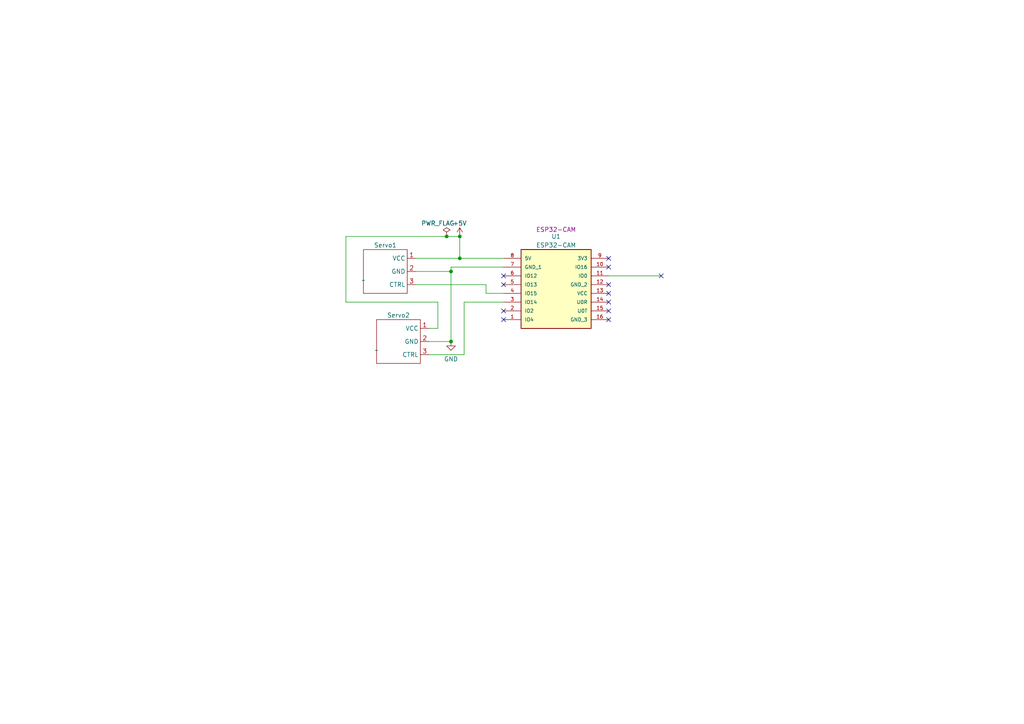
<source format=kicad_sch>
(kicad_sch (version 20230121) (generator eeschema)

  (uuid 01a2da1c-e2b8-4733-8a08-2699757a4cd2)

  (paper "A4")

  (title_block
    (title "Security Camera")
    (date "08/05/2023")
    (rev "A1")
    (company "UTFPR")
  )

  (lib_symbols
    (symbol "ESP32-CAM:ESP32-CAM" (pin_names (offset 1.016)) (in_bom yes) (on_board yes)
      (property "Reference" "U" (at 26.67 7.62 0)
        (effects (font (size 1.27 1.27)) (justify left))
      )
      (property "Value" "ESP32-CAM" (at 26.67 5.08 0)
        (effects (font (size 1.27 1.27)) (justify left))
      )
      (property "Footprint" "ESP32-CAM" (at 15.24 7.62 0)
        (effects (font (size 1.27 1.27)) (justify bottom) hide)
      )
      (property "Datasheet" "" (at 0 0 0)
        (effects (font (size 1.27 1.27)) hide)
      )
      (property "HEIGHT" "5mm" (at 6.35 2.54 0)
        (effects (font (size 1.27 1.27)) (justify bottom) hide)
      )
      (property "MOUSER_PRICE-STOCK" "" (at 0 0 0)
        (effects (font (size 1.27 1.27)) (justify bottom) hide)
      )
      (property "DESCRIPTION" "Modules PCBA Module RoHS" (at -12.7 5.08 0)
        (effects (font (size 1.27 1.27)) (justify bottom) hide)
      )
      (property "MANUFACTURER_NAME" "Ai-Thinker" (at 15.24 5.08 0)
        (effects (font (size 1.27 1.27)) (justify bottom) hide)
      )
      (property "MANUFACTURER_PART_NUMBER" "ESP32-CAM" (at 15.24 2.54 0)
        (effects (font (size 1.27 1.27)) (justify bottom) hide)
      )
      (property "MOUSER_PART_NUMBER" "" (at 0 0 0)
        (effects (font (size 1.27 1.27)) (justify bottom) hide)
      )
      (property "ARROW_PART_NUMBER" "" (at 0 0 0)
        (effects (font (size 1.27 1.27)) (justify bottom) hide)
      )
      (property "ARROW_PRICE-STOCK" "" (at 0 0 0)
        (effects (font (size 1.27 1.27)) (justify bottom) hide)
      )
      (symbol "ESP32-CAM_0_0"
        (rectangle (start 5.08 2.54) (end 25.4 -20.32)
          (stroke (width 0.254) (type default))
          (fill (type background))
        )
        (pin bidirectional line (at 0 -17.78 0) (length 5.08)
          (name "IO4" (effects (font (size 1.016 1.016))))
          (number "1" (effects (font (size 1.016 1.016))))
        )
        (pin bidirectional line (at 30.48 -2.54 180) (length 5.08)
          (name "IO16" (effects (font (size 1.016 1.016))))
          (number "10" (effects (font (size 1.016 1.016))))
        )
        (pin bidirectional line (at 30.48 -5.08 180) (length 5.08)
          (name "IO0" (effects (font (size 1.016 1.016))))
          (number "11" (effects (font (size 1.016 1.016))))
        )
        (pin bidirectional line (at 30.48 -7.62 180) (length 5.08)
          (name "GND_2" (effects (font (size 1.016 1.016))))
          (number "12" (effects (font (size 1.016 1.016))))
        )
        (pin bidirectional line (at 30.48 -10.16 180) (length 5.08)
          (name "VCC" (effects (font (size 1.016 1.016))))
          (number "13" (effects (font (size 1.016 1.016))))
        )
        (pin bidirectional line (at 30.48 -12.7 180) (length 5.08)
          (name "U0R" (effects (font (size 1.016 1.016))))
          (number "14" (effects (font (size 1.016 1.016))))
        )
        (pin bidirectional line (at 30.48 -15.24 180) (length 5.08)
          (name "U0T" (effects (font (size 1.016 1.016))))
          (number "15" (effects (font (size 1.016 1.016))))
        )
        (pin bidirectional line (at 30.48 -17.78 180) (length 5.08)
          (name "GND_3" (effects (font (size 1.016 1.016))))
          (number "16" (effects (font (size 1.016 1.016))))
        )
        (pin bidirectional line (at 0 -15.24 0) (length 5.08)
          (name "IO2" (effects (font (size 1.016 1.016))))
          (number "2" (effects (font (size 1.016 1.016))))
        )
        (pin bidirectional line (at 0 -12.7 0) (length 5.08)
          (name "IO14" (effects (font (size 1.016 1.016))))
          (number "3" (effects (font (size 1.016 1.016))))
        )
        (pin bidirectional line (at 0 -10.16 0) (length 5.08)
          (name "IO15" (effects (font (size 1.016 1.016))))
          (number "4" (effects (font (size 1.016 1.016))))
        )
        (pin bidirectional line (at 0 -7.62 0) (length 5.08)
          (name "IO13" (effects (font (size 1.016 1.016))))
          (number "5" (effects (font (size 1.016 1.016))))
        )
        (pin bidirectional line (at 0 -5.08 0) (length 5.08)
          (name "IO12" (effects (font (size 1.016 1.016))))
          (number "6" (effects (font (size 1.016 1.016))))
        )
        (pin bidirectional line (at 0 -2.54 0) (length 5.08)
          (name "GND_1" (effects (font (size 1.016 1.016))))
          (number "7" (effects (font (size 1.016 1.016))))
        )
        (pin bidirectional line (at 0 0 0) (length 5.08)
          (name "5V" (effects (font (size 1.016 1.016))))
          (number "8" (effects (font (size 1.016 1.016))))
        )
        (pin bidirectional line (at 30.48 0 180) (length 5.08)
          (name "3V3" (effects (font (size 1.016 1.016))))
          (number "9" (effects (font (size 1.016 1.016))))
        )
      )
    )
    (symbol "New_Library:ServoG9" (in_bom yes) (on_board yes)
      (property "Reference" "U" (at 0 -13.97 0)
        (effects (font (size 1.27 1.27)))
      )
      (property "Value" "" (at -6.35 -2.54 0)
        (effects (font (size 1.27 1.27)))
      )
      (property "Footprint" "" (at -6.35 -2.54 0)
        (effects (font (size 1.27 1.27)) hide)
      )
      (property "Datasheet" "" (at -6.35 -2.54 0)
        (effects (font (size 1.27 1.27)) hide)
      )
      (symbol "ServoG9_0_1"
        (rectangle (start -6.35 6.35) (end 6.35 -6.35)
          (stroke (width 0) (type default))
          (fill (type none))
        )
      )
      (symbol "ServoG9_1_1"
        (pin power_in line (at 8.89 3.81 180) (length 2.54)
          (name "VCC" (effects (font (size 1.27 1.27))))
          (number "1" (effects (font (size 1.27 1.27))))
        )
        (pin power_in line (at 8.89 0 180) (length 2.54)
          (name "GND" (effects (font (size 1.27 1.27))))
          (number "2" (effects (font (size 1.27 1.27))))
        )
        (pin input line (at 8.89 -3.81 180) (length 2.54)
          (name "CTRL" (effects (font (size 1.27 1.27))))
          (number "3" (effects (font (size 1.27 1.27))))
        )
      )
    )
    (symbol "power:+5V" (power) (pin_names (offset 0)) (in_bom yes) (on_board yes)
      (property "Reference" "#PWR" (at 0 -3.81 0)
        (effects (font (size 1.27 1.27)) hide)
      )
      (property "Value" "+5V" (at 0 3.556 0)
        (effects (font (size 1.27 1.27)))
      )
      (property "Footprint" "" (at 0 0 0)
        (effects (font (size 1.27 1.27)) hide)
      )
      (property "Datasheet" "" (at 0 0 0)
        (effects (font (size 1.27 1.27)) hide)
      )
      (property "ki_keywords" "global power" (at 0 0 0)
        (effects (font (size 1.27 1.27)) hide)
      )
      (property "ki_description" "Power symbol creates a global label with name \"+5V\"" (at 0 0 0)
        (effects (font (size 1.27 1.27)) hide)
      )
      (symbol "+5V_0_1"
        (polyline
          (pts
            (xy -0.762 1.27)
            (xy 0 2.54)
          )
          (stroke (width 0) (type default))
          (fill (type none))
        )
        (polyline
          (pts
            (xy 0 0)
            (xy 0 2.54)
          )
          (stroke (width 0) (type default))
          (fill (type none))
        )
        (polyline
          (pts
            (xy 0 2.54)
            (xy 0.762 1.27)
          )
          (stroke (width 0) (type default))
          (fill (type none))
        )
      )
      (symbol "+5V_1_1"
        (pin power_in line (at 0 0 90) (length 0) hide
          (name "+5V" (effects (font (size 1.27 1.27))))
          (number "1" (effects (font (size 1.27 1.27))))
        )
      )
    )
    (symbol "power:GND" (power) (pin_names (offset 0)) (in_bom yes) (on_board yes)
      (property "Reference" "#PWR" (at 0 -6.35 0)
        (effects (font (size 1.27 1.27)) hide)
      )
      (property "Value" "GND" (at 0 -3.81 0)
        (effects (font (size 1.27 1.27)))
      )
      (property "Footprint" "" (at 0 0 0)
        (effects (font (size 1.27 1.27)) hide)
      )
      (property "Datasheet" "" (at 0 0 0)
        (effects (font (size 1.27 1.27)) hide)
      )
      (property "ki_keywords" "global power" (at 0 0 0)
        (effects (font (size 1.27 1.27)) hide)
      )
      (property "ki_description" "Power symbol creates a global label with name \"GND\" , ground" (at 0 0 0)
        (effects (font (size 1.27 1.27)) hide)
      )
      (symbol "GND_0_1"
        (polyline
          (pts
            (xy 0 0)
            (xy 0 -1.27)
            (xy 1.27 -1.27)
            (xy 0 -2.54)
            (xy -1.27 -1.27)
            (xy 0 -1.27)
          )
          (stroke (width 0) (type default))
          (fill (type none))
        )
      )
      (symbol "GND_1_1"
        (pin power_in line (at 0 0 270) (length 0) hide
          (name "GND" (effects (font (size 1.27 1.27))))
          (number "1" (effects (font (size 1.27 1.27))))
        )
      )
    )
    (symbol "power:PWR_FLAG" (power) (pin_numbers hide) (pin_names (offset 0) hide) (in_bom yes) (on_board yes)
      (property "Reference" "#FLG" (at 0 1.905 0)
        (effects (font (size 1.27 1.27)) hide)
      )
      (property "Value" "PWR_FLAG" (at 0 3.81 0)
        (effects (font (size 1.27 1.27)))
      )
      (property "Footprint" "" (at 0 0 0)
        (effects (font (size 1.27 1.27)) hide)
      )
      (property "Datasheet" "~" (at 0 0 0)
        (effects (font (size 1.27 1.27)) hide)
      )
      (property "ki_keywords" "flag power" (at 0 0 0)
        (effects (font (size 1.27 1.27)) hide)
      )
      (property "ki_description" "Special symbol for telling ERC where power comes from" (at 0 0 0)
        (effects (font (size 1.27 1.27)) hide)
      )
      (symbol "PWR_FLAG_0_0"
        (pin power_out line (at 0 0 90) (length 0)
          (name "pwr" (effects (font (size 1.27 1.27))))
          (number "1" (effects (font (size 1.27 1.27))))
        )
      )
      (symbol "PWR_FLAG_0_1"
        (polyline
          (pts
            (xy 0 0)
            (xy 0 1.27)
            (xy -1.016 1.905)
            (xy 0 2.54)
            (xy 1.016 1.905)
            (xy 0 1.27)
          )
          (stroke (width 0) (type default))
          (fill (type none))
        )
      )
    )
  )

  (junction (at 133.35 68.58) (diameter 0) (color 0 0 0 0)
    (uuid 113dbbc6-c4a9-4d2a-8957-5818fb68a8c8)
  )
  (junction (at 130.81 78.74) (diameter 0) (color 0 0 0 0)
    (uuid 5e9f79ca-0740-41d3-a19a-f4ef622353d9)
  )
  (junction (at 130.81 99.06) (diameter 0) (color 0 0 0 0)
    (uuid 64a44939-1d8a-4e03-abc0-c3dcc78faedb)
  )
  (junction (at 133.35 74.93) (diameter 0) (color 0 0 0 0)
    (uuid 8dadcbe1-0b1c-4fa4-ac17-ecaf14ef9cb8)
  )
  (junction (at 129.54 68.58) (diameter 0) (color 0 0 0 0)
    (uuid e737d34d-4e09-41b6-a8fc-fd9d4ddc50c6)
  )

  (no_connect (at 176.53 92.71) (uuid 106d8c36-f2b1-4323-990d-76f5870a6d46))
  (no_connect (at 146.05 90.17) (uuid 29e5280f-1dea-488f-bb27-573dad14e583))
  (no_connect (at 176.53 85.09) (uuid 50065c43-e717-4579-9d0b-1fc52417b556))
  (no_connect (at 146.05 80.01) (uuid 5c62c113-1922-46e6-a04c-5233fe46a8e1))
  (no_connect (at 146.05 82.55) (uuid 75db5e2f-02c5-45dc-98e6-3020ee1b273f))
  (no_connect (at 176.53 74.93) (uuid 9270536a-c07e-4a3c-b2dd-2f6cefc151bf))
  (no_connect (at 176.53 77.47) (uuid 94ec5e38-e7c2-4dad-8e82-715791970f86))
  (no_connect (at 176.53 90.17) (uuid a654f401-1cad-4ac5-88e0-a52b115d4c3d))
  (no_connect (at 191.77 80.01) (uuid da547410-0f9d-4ac7-8947-74205b7fa173))
  (no_connect (at 146.05 92.71) (uuid e19b5a8f-d6cf-4259-8896-ab83b1753a03))
  (no_connect (at 176.53 87.63) (uuid fbac8c1c-aa78-488c-be8d-835667bb9208))
  (no_connect (at 176.53 82.55) (uuid fdb5fef7-e0ee-4169-9c08-08bec4dbec19))

  (wire (pts (xy 130.81 77.47) (xy 146.05 77.47))
    (stroke (width 0) (type default))
    (uuid 04d790d8-d9a1-4122-a060-9865931a9967)
  )
  (wire (pts (xy 127 87.63) (xy 100.33 87.63))
    (stroke (width 0) (type default))
    (uuid 1d84ee4c-b97a-4a2e-ad27-83137042d115)
  )
  (wire (pts (xy 120.65 78.74) (xy 130.81 78.74))
    (stroke (width 0) (type default))
    (uuid 2ba49949-ac86-4d16-aaba-77d6d23b605e)
  )
  (wire (pts (xy 140.97 82.55) (xy 140.97 85.09))
    (stroke (width 0) (type default))
    (uuid 5fb2d2cd-4797-42e5-8bdb-38e062504ccb)
  )
  (wire (pts (xy 100.33 68.58) (xy 129.54 68.58))
    (stroke (width 0) (type default))
    (uuid 64e48cd1-c6ae-4263-bf78-78a6ccd7114e)
  )
  (wire (pts (xy 133.35 74.93) (xy 133.35 68.58))
    (stroke (width 0) (type default))
    (uuid 752e567a-57c9-46b3-a437-fbd1456eeac2)
  )
  (wire (pts (xy 146.05 74.93) (xy 133.35 74.93))
    (stroke (width 0) (type default))
    (uuid 7583d58f-39ca-4273-a97e-b46f35a6cfa7)
  )
  (wire (pts (xy 124.46 99.06) (xy 130.81 99.06))
    (stroke (width 0) (type default))
    (uuid 93770658-3257-4ed5-a7b2-768621a5b1fe)
  )
  (wire (pts (xy 140.97 82.55) (xy 120.65 82.55))
    (stroke (width 0) (type default))
    (uuid 95d5ad76-d421-4ce5-b630-997f45eaf66a)
  )
  (wire (pts (xy 100.33 87.63) (xy 100.33 68.58))
    (stroke (width 0) (type default))
    (uuid 9f3061d0-b842-4b7c-a290-7db83111e7d7)
  )
  (wire (pts (xy 127 95.25) (xy 124.46 95.25))
    (stroke (width 0) (type default))
    (uuid a3145e7a-427e-42c3-8478-d8c06ceac546)
  )
  (wire (pts (xy 129.54 68.58) (xy 133.35 68.58))
    (stroke (width 0) (type default))
    (uuid b3c838c5-4cc1-4e08-b1ad-53af899da235)
  )
  (wire (pts (xy 134.62 87.63) (xy 146.05 87.63))
    (stroke (width 0) (type default))
    (uuid b6b6c541-dec0-416d-a725-94293ee6424f)
  )
  (wire (pts (xy 140.97 85.09) (xy 146.05 85.09))
    (stroke (width 0) (type default))
    (uuid c988ee90-6b6c-4ead-80f1-651fc325865a)
  )
  (wire (pts (xy 130.81 78.74) (xy 130.81 99.06))
    (stroke (width 0) (type default))
    (uuid cfa3f2ba-ad58-4135-be0f-20d8ce2e7cb6)
  )
  (wire (pts (xy 134.62 102.87) (xy 124.46 102.87))
    (stroke (width 0) (type default))
    (uuid db9a7872-8ece-41a7-9f13-4fa88c17f454)
  )
  (wire (pts (xy 134.62 102.87) (xy 134.62 87.63))
    (stroke (width 0) (type default))
    (uuid e3b7cef5-33de-45cd-bc6f-f3d576b13b26)
  )
  (wire (pts (xy 127 95.25) (xy 127 87.63))
    (stroke (width 0) (type default))
    (uuid ec566231-aa06-4703-bd20-01e20be5a74a)
  )
  (wire (pts (xy 130.81 77.47) (xy 130.81 78.74))
    (stroke (width 0) (type default))
    (uuid f0c69342-3638-4910-8698-d112a70162e0)
  )
  (wire (pts (xy 176.53 80.01) (xy 191.77 80.01))
    (stroke (width 0) (type default))
    (uuid f7e5d5d2-4336-4d8c-a0c8-16c8a85c51c0)
  )
  (wire (pts (xy 120.65 74.93) (xy 133.35 74.93))
    (stroke (width 0) (type default))
    (uuid ffe007af-59b4-4465-bfc5-0920fd16f16b)
  )

  (symbol (lib_id "power:GND") (at 130.81 99.06 0) (unit 1)
    (in_bom yes) (on_board yes) (dnp no) (fields_autoplaced)
    (uuid 63e34a7f-cea3-43f9-bda7-6f263d4febb2)
    (property "Reference" "#PWR01" (at 130.81 105.41 0)
      (effects (font (size 1.27 1.27)) hide)
    )
    (property "Value" "GND" (at 130.81 104.14 0)
      (effects (font (size 1.27 1.27)))
    )
    (property "Footprint" "" (at 130.81 99.06 0)
      (effects (font (size 1.27 1.27)) hide)
    )
    (property "Datasheet" "" (at 130.81 99.06 0)
      (effects (font (size 1.27 1.27)) hide)
    )
    (pin "1" (uuid 61de3aa4-e699-4396-8764-e840758bd292))
    (instances
      (project "camera_seguranca"
        (path "/01a2da1c-e2b8-4733-8a08-2699757a4cd2"
          (reference "#PWR01") (unit 1)
        )
      )
    )
  )

  (symbol (lib_id "ESP32-CAM:ESP32-CAM") (at 146.05 74.93 0) (unit 1)
    (in_bom yes) (on_board yes) (dnp no) (fields_autoplaced)
    (uuid afc01239-8dff-4538-ac50-492e47eaffca)
    (property "Reference" "U1" (at 161.29 68.58 0)
      (effects (font (size 1.27 1.27)))
    )
    (property "Value" "ESP32-CAM" (at 161.29 71.12 0)
      (effects (font (size 1.27 1.27)))
    )
    (property "Footprint" "ESP32-CAM" (at 161.29 67.31 0)
      (effects (font (size 1.27 1.27)) (justify bottom))
    )
    (property "Datasheet" "" (at 146.05 74.93 0)
      (effects (font (size 1.27 1.27)) hide)
    )
    (property "HEIGHT" "5mm" (at 152.4 72.39 0)
      (effects (font (size 1.27 1.27)) (justify bottom) hide)
    )
    (property "MOUSER_PRICE-STOCK" "" (at 146.05 74.93 0)
      (effects (font (size 1.27 1.27)) (justify bottom) hide)
    )
    (property "DESCRIPTION" "Modules PCBA Module RoHS" (at 133.35 69.85 0)
      (effects (font (size 1.27 1.27)) (justify bottom) hide)
    )
    (property "MANUFACTURER_NAME" "Ai-Thinker" (at 161.29 69.85 0)
      (effects (font (size 1.27 1.27)) (justify bottom) hide)
    )
    (property "MANUFACTURER_PART_NUMBER" "ESP32-CAM" (at 161.29 72.39 0)
      (effects (font (size 1.27 1.27)) (justify bottom) hide)
    )
    (property "MOUSER_PART_NUMBER" "" (at 146.05 74.93 0)
      (effects (font (size 1.27 1.27)) (justify bottom) hide)
    )
    (property "ARROW_PART_NUMBER" "" (at 146.05 74.93 0)
      (effects (font (size 1.27 1.27)) (justify bottom) hide)
    )
    (property "ARROW_PRICE-STOCK" "" (at 146.05 74.93 0)
      (effects (font (size 1.27 1.27)) (justify bottom) hide)
    )
    (pin "1" (uuid aed73cba-12b6-4a60-ba0c-d303a80e690e))
    (pin "10" (uuid fc7b1d36-be4a-40fb-98f1-d9212c4ed886))
    (pin "11" (uuid 7ec344c4-2b20-4840-8367-842f1f149a9a))
    (pin "12" (uuid b43003bb-d186-45a7-9162-ac33f0c8cc3e))
    (pin "13" (uuid 3c9f4bae-ff59-41fc-a027-75ffbe8ada8a))
    (pin "14" (uuid 412b2343-ff8f-4b55-a982-945293d8bdba))
    (pin "15" (uuid f74bfa76-3445-4b17-b4f7-37a1e573e440))
    (pin "16" (uuid 463ad32d-8e7b-457a-8046-2a142309c5a0))
    (pin "2" (uuid 560c54bd-13a5-45e0-acac-96a0aef5f449))
    (pin "3" (uuid e5f4e461-617a-4185-aad8-8325c9347501))
    (pin "4" (uuid 51d6dbe2-f53e-4a20-9d99-563369ab6576))
    (pin "5" (uuid 2484d479-1d98-417d-abdc-2b348875dbb0))
    (pin "6" (uuid 6f124f6f-90c6-4117-ac49-745c20578245))
    (pin "7" (uuid 606582ab-8d17-4e66-9249-615f4cfc8f31))
    (pin "8" (uuid f63be7d8-abc3-4947-b386-d225c9f87647))
    (pin "9" (uuid 1f924218-1392-42df-bc56-3e7c9739762c))
    (instances
      (project "camera_seguranca"
        (path "/01a2da1c-e2b8-4733-8a08-2699757a4cd2"
          (reference "U1") (unit 1)
        )
      )
    )
  )

  (symbol (lib_id "New_Library:ServoG9") (at 111.76 78.74 0) (unit 1)
    (in_bom yes) (on_board yes) (dnp no) (fields_autoplaced)
    (uuid c056852c-f816-424c-b94f-0f572ac762c8)
    (property "Reference" "Servo1" (at 111.76 71.12 0)
      (effects (font (size 1.27 1.27)))
    )
    (property "Value" "~" (at 105.41 81.28 0)
      (effects (font (size 1.27 1.27)))
    )
    (property "Footprint" "Servo:ServoG9" (at 105.41 81.28 0)
      (effects (font (size 1.27 1.27)) hide)
    )
    (property "Datasheet" "" (at 105.41 81.28 0)
      (effects (font (size 1.27 1.27)) hide)
    )
    (pin "1" (uuid e752cdee-247f-4f3f-97e4-4ac565eb2846))
    (pin "2" (uuid f17d7142-b3a1-492f-bd94-14f5c224c04d))
    (pin "3" (uuid 53893f03-804a-45e1-af6f-67f07aa0c4db))
    (instances
      (project "camera_seguranca"
        (path "/01a2da1c-e2b8-4733-8a08-2699757a4cd2"
          (reference "Servo1") (unit 1)
        )
      )
    )
  )

  (symbol (lib_id "New_Library:ServoG9") (at 115.57 99.06 0) (unit 1)
    (in_bom yes) (on_board yes) (dnp no) (fields_autoplaced)
    (uuid ccfa5b65-95b1-4f75-afca-56afed5dfca1)
    (property "Reference" "Servo2" (at 115.57 91.44 0)
      (effects (font (size 1.27 1.27)))
    )
    (property "Value" "~" (at 109.22 101.6 0)
      (effects (font (size 1.27 1.27)))
    )
    (property "Footprint" "Servo:ServoG9" (at 109.22 101.6 0)
      (effects (font (size 1.27 1.27)) hide)
    )
    (property "Datasheet" "" (at 109.22 101.6 0)
      (effects (font (size 1.27 1.27)) hide)
    )
    (pin "1" (uuid 25bad0eb-3a55-4e58-8b3c-e79116a07ab0))
    (pin "2" (uuid 8a7983ed-426c-4c35-882e-1a6a20011a60))
    (pin "3" (uuid 8eb7961d-56e8-481d-92a6-e72781dedf6a))
    (instances
      (project "camera_seguranca"
        (path "/01a2da1c-e2b8-4733-8a08-2699757a4cd2"
          (reference "Servo2") (unit 1)
        )
      )
    )
  )

  (symbol (lib_id "power:PWR_FLAG") (at 129.54 68.58 0) (unit 1)
    (in_bom yes) (on_board yes) (dnp no)
    (uuid d806f395-0a9c-4118-a3b1-8704b48296d1)
    (property "Reference" "#FLG01" (at 129.54 66.675 0)
      (effects (font (size 1.27 1.27)) hide)
    )
    (property "Value" "PWR_FLAG" (at 127 64.77 0)
      (effects (font (size 1.27 1.27)))
    )
    (property "Footprint" "" (at 129.54 68.58 0)
      (effects (font (size 1.27 1.27)) hide)
    )
    (property "Datasheet" "~" (at 129.54 68.58 0)
      (effects (font (size 1.27 1.27)) hide)
    )
    (pin "1" (uuid 7d15f185-439c-4f0e-8c88-e83cab8aad4e))
    (instances
      (project "camera_seguranca"
        (path "/01a2da1c-e2b8-4733-8a08-2699757a4cd2"
          (reference "#FLG01") (unit 1)
        )
      )
    )
  )

  (symbol (lib_id "power:+5V") (at 133.35 68.58 0) (unit 1)
    (in_bom yes) (on_board yes) (dnp no) (fields_autoplaced)
    (uuid eaebf062-93cf-46ca-80e6-9928e04202dd)
    (property "Reference" "#PWR02" (at 133.35 72.39 0)
      (effects (font (size 1.27 1.27)) hide)
    )
    (property "Value" "+5V" (at 133.35 64.77 0)
      (effects (font (size 1.27 1.27)))
    )
    (property "Footprint" "" (at 133.35 68.58 0)
      (effects (font (size 1.27 1.27)) hide)
    )
    (property "Datasheet" "" (at 133.35 68.58 0)
      (effects (font (size 1.27 1.27)) hide)
    )
    (pin "1" (uuid f596de16-d04c-4688-b91e-3a11a84b5965))
    (instances
      (project "camera_seguranca"
        (path "/01a2da1c-e2b8-4733-8a08-2699757a4cd2"
          (reference "#PWR02") (unit 1)
        )
      )
    )
  )

  (sheet_instances
    (path "/" (page "1"))
  )
)

</source>
